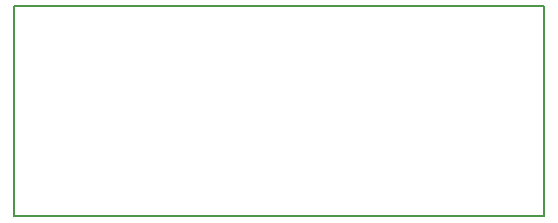
<source format=gbo>
G04 MADE WITH FRITZING*
G04 WWW.FRITZING.ORG*
G04 DOUBLE SIDED*
G04 HOLES PLATED*
G04 CONTOUR ON CENTER OF CONTOUR VECTOR*
%ASAXBY*%
%FSLAX23Y23*%
%MOIN*%
%OFA0B0*%
%SFA1.0B1.0*%
%ADD10R,1.771650X0.708661X1.755650X0.692661*%
%ADD11C,0.008000*%
%LNSILK0*%
G90*
G70*
G54D11*
X4Y705D02*
X1768Y705D01*
X1768Y4D01*
X4Y4D01*
X4Y705D01*
D02*
G04 End of Silk0*
M02*
</source>
